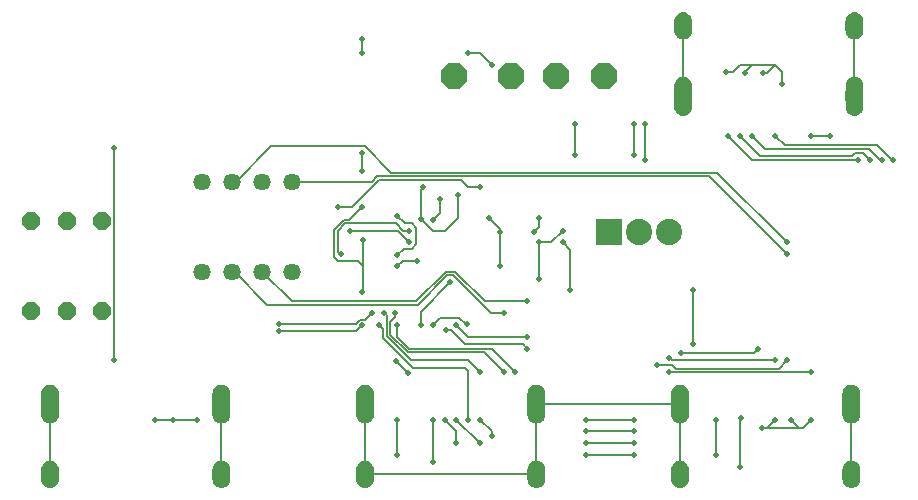
<source format=gbr>
G04 EAGLE Gerber RS-274X export*
G75*
%MOMM*%
%FSLAX34Y34*%
%LPD*%
%INBottom Copper*%
%IPPOS*%
%AMOC8*
5,1,8,0,0,1.08239X$1,22.5*%
G01*
%ADD10P,2.336880X8X22.500000*%
%ADD11C,1.620000*%
%ADD12C,1.463037*%
%ADD13R,2.232000X2.232000*%
%ADD14C,2.232000*%
%ADD15P,1.583577X8X112.500000*%
%ADD16P,1.583577X8X292.500000*%
%ADD17C,0.502400*%
%ADD18C,0.152400*%

G36*
X508468Y367395D02*
X508468Y367395D01*
X508472Y367399D01*
X508475Y367399D01*
X508477Y367397D01*
X509884Y367824D01*
X509889Y367830D01*
X509893Y367827D01*
X511190Y368521D01*
X511193Y368527D01*
X511198Y368526D01*
X512335Y369459D01*
X512336Y369466D01*
X512341Y369465D01*
X513274Y370602D01*
X513274Y370609D01*
X513279Y370610D01*
X513973Y371907D01*
X513972Y371913D01*
X513975Y371915D01*
X513976Y371916D01*
X514126Y372409D01*
X514141Y372458D01*
X514365Y373197D01*
X514403Y373323D01*
X514401Y373329D01*
X514405Y373332D01*
X514549Y374795D01*
X514547Y374798D01*
X514549Y374800D01*
X514549Y392800D01*
X514547Y392803D01*
X514549Y392805D01*
X514405Y394268D01*
X514400Y394273D01*
X514403Y394277D01*
X513976Y395684D01*
X513970Y395689D01*
X513973Y395693D01*
X513279Y396990D01*
X513273Y396993D01*
X513274Y396998D01*
X512341Y398135D01*
X512334Y398136D01*
X512335Y398141D01*
X511198Y399074D01*
X511191Y399074D01*
X511190Y399079D01*
X509893Y399773D01*
X509886Y399771D01*
X509884Y399776D01*
X508477Y400203D01*
X508471Y400201D01*
X508468Y400205D01*
X507005Y400349D01*
X507001Y400347D01*
X506997Y400347D01*
X506995Y400349D01*
X505532Y400205D01*
X505527Y400200D01*
X505523Y400203D01*
X504116Y399776D01*
X504111Y399770D01*
X504107Y399773D01*
X502810Y399079D01*
X502807Y399073D01*
X502802Y399074D01*
X501665Y398141D01*
X501664Y398134D01*
X501659Y398135D01*
X500726Y396998D01*
X500726Y396991D01*
X500721Y396990D01*
X500027Y395693D01*
X500029Y395686D01*
X500024Y395684D01*
X499933Y395386D01*
X499918Y395337D01*
X499694Y394598D01*
X499597Y394277D01*
X499600Y394271D01*
X499595Y394268D01*
X499451Y392805D01*
X499453Y392802D01*
X499451Y392800D01*
X499451Y374800D01*
X499453Y374797D01*
X499451Y374795D01*
X499595Y373332D01*
X499600Y373327D01*
X499597Y373323D01*
X500024Y371916D01*
X500030Y371911D01*
X500027Y371907D01*
X500721Y370610D01*
X500727Y370607D01*
X500726Y370602D01*
X501659Y369465D01*
X501666Y369464D01*
X501665Y369459D01*
X502802Y368526D01*
X502809Y368526D01*
X502810Y368521D01*
X504107Y367827D01*
X504114Y367829D01*
X504116Y367824D01*
X505523Y367397D01*
X505527Y367399D01*
X505530Y367399D01*
X505532Y367395D01*
X506995Y367251D01*
X507001Y367255D01*
X507005Y367251D01*
X508468Y367395D01*
G37*
G36*
X363468Y367395D02*
X363468Y367395D01*
X363472Y367399D01*
X363475Y367399D01*
X363477Y367397D01*
X364884Y367824D01*
X364889Y367830D01*
X364893Y367827D01*
X366190Y368521D01*
X366193Y368527D01*
X366198Y368526D01*
X367335Y369459D01*
X367336Y369466D01*
X367341Y369465D01*
X368274Y370602D01*
X368274Y370609D01*
X368279Y370610D01*
X368973Y371907D01*
X368972Y371913D01*
X368975Y371915D01*
X368976Y371916D01*
X369126Y372409D01*
X369141Y372458D01*
X369365Y373197D01*
X369403Y373323D01*
X369401Y373329D01*
X369405Y373332D01*
X369549Y374795D01*
X369547Y374798D01*
X369549Y374800D01*
X369549Y392800D01*
X369547Y392803D01*
X369549Y392805D01*
X369405Y394268D01*
X369400Y394273D01*
X369403Y394277D01*
X368976Y395684D01*
X368970Y395689D01*
X368973Y395693D01*
X368279Y396990D01*
X368273Y396993D01*
X368274Y396998D01*
X367341Y398135D01*
X367334Y398136D01*
X367335Y398141D01*
X366198Y399074D01*
X366191Y399074D01*
X366190Y399079D01*
X364893Y399773D01*
X364886Y399771D01*
X364884Y399776D01*
X363477Y400203D01*
X363471Y400201D01*
X363468Y400205D01*
X362005Y400349D01*
X362001Y400347D01*
X361997Y400347D01*
X361995Y400349D01*
X360532Y400205D01*
X360527Y400200D01*
X360523Y400203D01*
X359116Y399776D01*
X359111Y399770D01*
X359107Y399773D01*
X357810Y399079D01*
X357807Y399073D01*
X357802Y399074D01*
X356665Y398141D01*
X356664Y398134D01*
X356659Y398135D01*
X355726Y396998D01*
X355726Y396991D01*
X355721Y396990D01*
X355027Y395693D01*
X355029Y395686D01*
X355024Y395684D01*
X354933Y395386D01*
X354918Y395337D01*
X354694Y394598D01*
X354597Y394277D01*
X354600Y394271D01*
X354595Y394268D01*
X354451Y392805D01*
X354453Y392802D01*
X354451Y392800D01*
X354451Y374800D01*
X354453Y374797D01*
X354451Y374795D01*
X354595Y373332D01*
X354600Y373327D01*
X354597Y373323D01*
X355024Y371916D01*
X355030Y371911D01*
X355027Y371907D01*
X355721Y370610D01*
X355727Y370607D01*
X355726Y370602D01*
X356659Y369465D01*
X356666Y369464D01*
X356665Y369459D01*
X357802Y368526D01*
X357809Y368526D01*
X357810Y368521D01*
X359107Y367827D01*
X359114Y367829D01*
X359116Y367824D01*
X360523Y367397D01*
X360527Y367399D01*
X360530Y367399D01*
X360532Y367395D01*
X361995Y367251D01*
X362001Y367255D01*
X362005Y367251D01*
X363468Y367395D01*
G37*
G36*
X-172632Y106695D02*
X-172632Y106695D01*
X-172628Y106698D01*
X-172625Y106698D01*
X-172625Y106699D01*
X-172623Y106697D01*
X-171216Y107124D01*
X-171211Y107130D01*
X-171207Y107127D01*
X-169910Y107821D01*
X-169907Y107827D01*
X-169902Y107826D01*
X-168765Y108759D01*
X-168764Y108766D01*
X-168759Y108765D01*
X-167826Y109902D01*
X-167826Y109909D01*
X-167821Y109910D01*
X-167127Y111207D01*
X-167128Y111213D01*
X-167125Y111215D01*
X-167124Y111216D01*
X-166900Y111955D01*
X-166885Y112004D01*
X-166697Y112623D01*
X-166700Y112629D01*
X-166695Y112632D01*
X-166551Y114095D01*
X-166553Y114098D01*
X-166551Y114100D01*
X-166551Y132100D01*
X-166553Y132103D01*
X-166551Y132105D01*
X-166695Y133568D01*
X-166700Y133573D01*
X-166697Y133577D01*
X-167124Y134984D01*
X-167130Y134989D01*
X-167127Y134993D01*
X-167821Y136290D01*
X-167827Y136293D01*
X-167826Y136298D01*
X-168759Y137435D01*
X-168766Y137436D01*
X-168765Y137441D01*
X-169902Y138374D01*
X-169909Y138374D01*
X-169910Y138379D01*
X-171207Y139073D01*
X-171214Y139071D01*
X-171216Y139076D01*
X-172623Y139503D01*
X-172629Y139501D01*
X-172632Y139505D01*
X-174095Y139649D01*
X-174099Y139647D01*
X-174103Y139647D01*
X-174105Y139649D01*
X-175568Y139505D01*
X-175573Y139500D01*
X-175577Y139503D01*
X-176984Y139076D01*
X-176989Y139070D01*
X-176993Y139073D01*
X-178290Y138379D01*
X-178293Y138373D01*
X-178298Y138374D01*
X-179435Y137441D01*
X-179436Y137434D01*
X-179441Y137435D01*
X-180374Y136298D01*
X-180374Y136291D01*
X-180379Y136290D01*
X-181073Y134993D01*
X-181071Y134986D01*
X-181076Y134984D01*
X-181107Y134883D01*
X-181331Y134144D01*
X-181346Y134095D01*
X-181503Y133577D01*
X-181501Y133571D01*
X-181505Y133568D01*
X-181649Y132105D01*
X-181647Y132102D01*
X-181649Y132100D01*
X-181649Y114100D01*
X-181647Y114097D01*
X-181649Y114095D01*
X-181505Y112632D01*
X-181500Y112627D01*
X-181503Y112623D01*
X-181076Y111216D01*
X-181070Y111211D01*
X-181073Y111207D01*
X-180379Y109910D01*
X-180373Y109907D01*
X-180374Y109902D01*
X-179441Y108765D01*
X-179434Y108764D01*
X-179435Y108759D01*
X-178298Y107826D01*
X-178291Y107826D01*
X-178290Y107821D01*
X-176993Y107127D01*
X-176986Y107129D01*
X-176984Y107124D01*
X-175577Y106697D01*
X-175574Y106698D01*
X-175570Y106698D01*
X-175568Y106695D01*
X-174105Y106551D01*
X-174099Y106555D01*
X-174095Y106551D01*
X-172632Y106695D01*
G37*
G36*
X-27632Y106695D02*
X-27632Y106695D01*
X-27628Y106698D01*
X-27625Y106698D01*
X-27625Y106699D01*
X-27623Y106697D01*
X-26216Y107124D01*
X-26211Y107130D01*
X-26207Y107127D01*
X-24910Y107821D01*
X-24907Y107827D01*
X-24902Y107826D01*
X-23765Y108759D01*
X-23764Y108766D01*
X-23759Y108765D01*
X-22826Y109902D01*
X-22826Y109909D01*
X-22821Y109910D01*
X-22127Y111207D01*
X-22128Y111213D01*
X-22125Y111215D01*
X-22124Y111216D01*
X-21900Y111955D01*
X-21885Y112004D01*
X-21697Y112623D01*
X-21700Y112629D01*
X-21695Y112632D01*
X-21551Y114095D01*
X-21553Y114098D01*
X-21551Y114100D01*
X-21551Y132100D01*
X-21553Y132103D01*
X-21551Y132105D01*
X-21695Y133568D01*
X-21700Y133573D01*
X-21697Y133577D01*
X-22124Y134984D01*
X-22130Y134989D01*
X-22127Y134993D01*
X-22821Y136290D01*
X-22827Y136293D01*
X-22826Y136298D01*
X-23759Y137435D01*
X-23766Y137436D01*
X-23765Y137441D01*
X-24902Y138374D01*
X-24909Y138374D01*
X-24910Y138379D01*
X-26207Y139073D01*
X-26214Y139071D01*
X-26216Y139076D01*
X-27623Y139503D01*
X-27629Y139501D01*
X-27632Y139505D01*
X-29095Y139649D01*
X-29099Y139647D01*
X-29103Y139647D01*
X-29105Y139649D01*
X-30568Y139505D01*
X-30573Y139500D01*
X-30577Y139503D01*
X-31984Y139076D01*
X-31989Y139070D01*
X-31993Y139073D01*
X-33290Y138379D01*
X-33293Y138373D01*
X-33298Y138374D01*
X-34435Y137441D01*
X-34436Y137434D01*
X-34441Y137435D01*
X-35374Y136298D01*
X-35374Y136291D01*
X-35379Y136290D01*
X-36073Y134993D01*
X-36071Y134986D01*
X-36076Y134984D01*
X-36107Y134883D01*
X-36331Y134144D01*
X-36346Y134095D01*
X-36503Y133577D01*
X-36501Y133571D01*
X-36505Y133568D01*
X-36649Y132105D01*
X-36647Y132102D01*
X-36649Y132100D01*
X-36649Y114100D01*
X-36647Y114097D01*
X-36649Y114095D01*
X-36505Y112632D01*
X-36500Y112627D01*
X-36503Y112623D01*
X-36076Y111216D01*
X-36070Y111211D01*
X-36073Y111207D01*
X-35379Y109910D01*
X-35373Y109907D01*
X-35374Y109902D01*
X-34441Y108765D01*
X-34434Y108764D01*
X-34435Y108759D01*
X-33298Y107826D01*
X-33291Y107826D01*
X-33290Y107821D01*
X-31993Y107127D01*
X-31986Y107129D01*
X-31984Y107124D01*
X-30577Y106697D01*
X-30574Y106698D01*
X-30570Y106698D01*
X-30568Y106695D01*
X-29105Y106551D01*
X-29099Y106555D01*
X-29095Y106551D01*
X-27632Y106695D01*
G37*
G36*
X360768Y106695D02*
X360768Y106695D01*
X360772Y106698D01*
X360775Y106698D01*
X360775Y106699D01*
X360777Y106697D01*
X362184Y107124D01*
X362189Y107130D01*
X362193Y107127D01*
X363490Y107821D01*
X363493Y107827D01*
X363498Y107826D01*
X364635Y108759D01*
X364636Y108766D01*
X364641Y108765D01*
X365574Y109902D01*
X365574Y109909D01*
X365579Y109910D01*
X366273Y111207D01*
X366272Y111213D01*
X366275Y111215D01*
X366276Y111216D01*
X366500Y111955D01*
X366501Y111955D01*
X366515Y112004D01*
X366703Y112623D01*
X366701Y112629D01*
X366705Y112632D01*
X366849Y114095D01*
X366847Y114098D01*
X366849Y114100D01*
X366849Y132100D01*
X366847Y132103D01*
X366849Y132105D01*
X366705Y133568D01*
X366700Y133573D01*
X366703Y133577D01*
X366276Y134984D01*
X366270Y134989D01*
X366273Y134993D01*
X365579Y136290D01*
X365573Y136293D01*
X365574Y136298D01*
X364641Y137435D01*
X364634Y137436D01*
X364635Y137441D01*
X363498Y138374D01*
X363491Y138374D01*
X363490Y138379D01*
X362193Y139073D01*
X362186Y139071D01*
X362184Y139076D01*
X360777Y139503D01*
X360771Y139501D01*
X360768Y139505D01*
X359305Y139649D01*
X359301Y139647D01*
X359297Y139647D01*
X359295Y139649D01*
X357832Y139505D01*
X357827Y139500D01*
X357823Y139503D01*
X356416Y139076D01*
X356411Y139070D01*
X356407Y139073D01*
X355110Y138379D01*
X355107Y138373D01*
X355102Y138374D01*
X353965Y137441D01*
X353964Y137434D01*
X353959Y137435D01*
X353026Y136298D01*
X353026Y136291D01*
X353021Y136290D01*
X352327Y134993D01*
X352329Y134986D01*
X352324Y134984D01*
X352293Y134883D01*
X352069Y134144D01*
X352054Y134095D01*
X351897Y133577D01*
X351900Y133571D01*
X351895Y133568D01*
X351751Y132105D01*
X351753Y132102D01*
X351751Y132100D01*
X351751Y114100D01*
X351753Y114097D01*
X351751Y114095D01*
X351895Y112632D01*
X351900Y112627D01*
X351897Y112623D01*
X352324Y111216D01*
X352330Y111211D01*
X352327Y111207D01*
X353021Y109910D01*
X353027Y109907D01*
X353026Y109902D01*
X353959Y108765D01*
X353966Y108764D01*
X353965Y108759D01*
X355102Y107826D01*
X355109Y107826D01*
X355110Y107821D01*
X356407Y107127D01*
X356414Y107129D01*
X356416Y107124D01*
X357823Y106697D01*
X357827Y106698D01*
X357830Y106698D01*
X357832Y106695D01*
X359295Y106551D01*
X359301Y106555D01*
X359305Y106551D01*
X360768Y106695D01*
G37*
G36*
X239068Y106695D02*
X239068Y106695D01*
X239072Y106698D01*
X239075Y106698D01*
X239075Y106699D01*
X239077Y106697D01*
X240484Y107124D01*
X240489Y107130D01*
X240493Y107127D01*
X241790Y107821D01*
X241793Y107827D01*
X241798Y107826D01*
X242935Y108759D01*
X242936Y108766D01*
X242941Y108765D01*
X243874Y109902D01*
X243874Y109909D01*
X243879Y109910D01*
X244573Y111207D01*
X244572Y111213D01*
X244575Y111215D01*
X244576Y111216D01*
X244800Y111955D01*
X244801Y111955D01*
X244815Y112004D01*
X245003Y112623D01*
X245001Y112629D01*
X245005Y112632D01*
X245149Y114095D01*
X245147Y114098D01*
X245149Y114100D01*
X245149Y132100D01*
X245147Y132103D01*
X245149Y132105D01*
X245005Y133568D01*
X245000Y133573D01*
X245003Y133577D01*
X244576Y134984D01*
X244570Y134989D01*
X244573Y134993D01*
X243879Y136290D01*
X243873Y136293D01*
X243874Y136298D01*
X242941Y137435D01*
X242934Y137436D01*
X242935Y137441D01*
X241798Y138374D01*
X241791Y138374D01*
X241790Y138379D01*
X240493Y139073D01*
X240486Y139071D01*
X240484Y139076D01*
X239077Y139503D01*
X239071Y139501D01*
X239068Y139505D01*
X237605Y139649D01*
X237601Y139647D01*
X237597Y139647D01*
X237595Y139649D01*
X236132Y139505D01*
X236127Y139500D01*
X236123Y139503D01*
X234716Y139076D01*
X234711Y139070D01*
X234707Y139073D01*
X233410Y138379D01*
X233407Y138373D01*
X233402Y138374D01*
X232265Y137441D01*
X232264Y137434D01*
X232259Y137435D01*
X231326Y136298D01*
X231326Y136291D01*
X231321Y136290D01*
X230627Y134993D01*
X230629Y134986D01*
X230624Y134984D01*
X230593Y134883D01*
X230369Y134144D01*
X230354Y134095D01*
X230197Y133577D01*
X230200Y133571D01*
X230195Y133568D01*
X230051Y132105D01*
X230053Y132102D01*
X230051Y132100D01*
X230051Y114100D01*
X230053Y114097D01*
X230051Y114095D01*
X230195Y112632D01*
X230200Y112627D01*
X230197Y112623D01*
X230624Y111216D01*
X230630Y111211D01*
X230627Y111207D01*
X231321Y109910D01*
X231327Y109907D01*
X231326Y109902D01*
X232259Y108765D01*
X232266Y108764D01*
X232265Y108759D01*
X233402Y107826D01*
X233409Y107826D01*
X233410Y107821D01*
X234707Y107127D01*
X234714Y107129D01*
X234716Y107124D01*
X236123Y106697D01*
X236127Y106698D01*
X236130Y106698D01*
X236132Y106695D01*
X237595Y106551D01*
X237601Y106555D01*
X237605Y106551D01*
X239068Y106695D01*
G37*
G36*
X94068Y106695D02*
X94068Y106695D01*
X94072Y106698D01*
X94075Y106698D01*
X94075Y106699D01*
X94077Y106697D01*
X95484Y107124D01*
X95489Y107130D01*
X95493Y107127D01*
X96790Y107821D01*
X96793Y107827D01*
X96798Y107826D01*
X97935Y108759D01*
X97936Y108766D01*
X97941Y108765D01*
X98874Y109902D01*
X98874Y109909D01*
X98879Y109910D01*
X99573Y111207D01*
X99572Y111213D01*
X99575Y111215D01*
X99576Y111216D01*
X99800Y111955D01*
X99801Y111955D01*
X99815Y112004D01*
X100003Y112623D01*
X100001Y112629D01*
X100005Y112632D01*
X100149Y114095D01*
X100147Y114098D01*
X100149Y114100D01*
X100149Y132100D01*
X100147Y132103D01*
X100149Y132105D01*
X100005Y133568D01*
X100000Y133573D01*
X100003Y133577D01*
X99576Y134984D01*
X99570Y134989D01*
X99573Y134993D01*
X98879Y136290D01*
X98873Y136293D01*
X98874Y136298D01*
X97941Y137435D01*
X97934Y137436D01*
X97935Y137441D01*
X96798Y138374D01*
X96791Y138374D01*
X96790Y138379D01*
X95493Y139073D01*
X95486Y139071D01*
X95484Y139076D01*
X94077Y139503D01*
X94071Y139501D01*
X94068Y139505D01*
X92605Y139649D01*
X92601Y139647D01*
X92597Y139647D01*
X92595Y139649D01*
X91132Y139505D01*
X91127Y139500D01*
X91123Y139503D01*
X89716Y139076D01*
X89711Y139070D01*
X89707Y139073D01*
X88410Y138379D01*
X88407Y138373D01*
X88402Y138374D01*
X87265Y137441D01*
X87264Y137434D01*
X87259Y137435D01*
X86326Y136298D01*
X86326Y136291D01*
X86321Y136290D01*
X85627Y134993D01*
X85629Y134986D01*
X85624Y134984D01*
X85593Y134883D01*
X85369Y134144D01*
X85354Y134095D01*
X85197Y133577D01*
X85200Y133571D01*
X85195Y133568D01*
X85051Y132105D01*
X85053Y132102D01*
X85051Y132100D01*
X85051Y114100D01*
X85053Y114097D01*
X85051Y114095D01*
X85195Y112632D01*
X85200Y112627D01*
X85197Y112623D01*
X85624Y111216D01*
X85630Y111211D01*
X85627Y111207D01*
X86321Y109910D01*
X86327Y109907D01*
X86326Y109902D01*
X87259Y108765D01*
X87266Y108764D01*
X87265Y108759D01*
X88402Y107826D01*
X88409Y107826D01*
X88410Y107821D01*
X89707Y107127D01*
X89714Y107129D01*
X89716Y107124D01*
X91123Y106697D01*
X91127Y106698D01*
X91130Y106698D01*
X91132Y106695D01*
X92595Y106551D01*
X92601Y106555D01*
X92605Y106551D01*
X94068Y106695D01*
G37*
G36*
X505768Y106695D02*
X505768Y106695D01*
X505772Y106698D01*
X505775Y106698D01*
X505775Y106699D01*
X505777Y106697D01*
X507184Y107124D01*
X507189Y107130D01*
X507193Y107127D01*
X508490Y107821D01*
X508493Y107827D01*
X508498Y107826D01*
X509635Y108759D01*
X509636Y108766D01*
X509641Y108765D01*
X510574Y109902D01*
X510574Y109909D01*
X510579Y109910D01*
X511273Y111207D01*
X511272Y111213D01*
X511275Y111215D01*
X511276Y111216D01*
X511500Y111955D01*
X511501Y111955D01*
X511515Y112004D01*
X511703Y112623D01*
X511701Y112629D01*
X511705Y112632D01*
X511849Y114095D01*
X511847Y114098D01*
X511849Y114100D01*
X511849Y132100D01*
X511847Y132103D01*
X511849Y132105D01*
X511705Y133568D01*
X511700Y133573D01*
X511703Y133577D01*
X511276Y134984D01*
X511270Y134989D01*
X511273Y134993D01*
X510579Y136290D01*
X510573Y136293D01*
X510574Y136298D01*
X509641Y137435D01*
X509634Y137436D01*
X509635Y137441D01*
X508498Y138374D01*
X508491Y138374D01*
X508490Y138379D01*
X507193Y139073D01*
X507186Y139071D01*
X507184Y139076D01*
X505777Y139503D01*
X505771Y139501D01*
X505768Y139505D01*
X504305Y139649D01*
X504301Y139647D01*
X504297Y139647D01*
X504295Y139649D01*
X502832Y139505D01*
X502827Y139500D01*
X502823Y139503D01*
X501416Y139076D01*
X501411Y139070D01*
X501407Y139073D01*
X500110Y138379D01*
X500107Y138373D01*
X500102Y138374D01*
X498965Y137441D01*
X498964Y137434D01*
X498959Y137435D01*
X498026Y136298D01*
X498026Y136291D01*
X498021Y136290D01*
X497327Y134993D01*
X497329Y134986D01*
X497324Y134984D01*
X497293Y134883D01*
X497069Y134144D01*
X497054Y134095D01*
X496897Y133577D01*
X496900Y133571D01*
X496895Y133568D01*
X496751Y132105D01*
X496753Y132102D01*
X496751Y132100D01*
X496751Y114100D01*
X496753Y114097D01*
X496751Y114095D01*
X496895Y112632D01*
X496900Y112627D01*
X496897Y112623D01*
X497324Y111216D01*
X497330Y111211D01*
X497327Y111207D01*
X498021Y109910D01*
X498027Y109907D01*
X498026Y109902D01*
X498959Y108765D01*
X498966Y108764D01*
X498965Y108759D01*
X500102Y107826D01*
X500109Y107826D01*
X500110Y107821D01*
X501407Y107127D01*
X501414Y107129D01*
X501416Y107124D01*
X502823Y106697D01*
X502827Y106698D01*
X502830Y106698D01*
X502832Y106695D01*
X504295Y106551D01*
X504301Y106555D01*
X504305Y106551D01*
X505768Y106695D01*
G37*
G36*
X508468Y431995D02*
X508468Y431995D01*
X508472Y431999D01*
X508475Y431999D01*
X508477Y431997D01*
X509884Y432424D01*
X509889Y432430D01*
X509893Y432427D01*
X511190Y433121D01*
X511193Y433127D01*
X511198Y433126D01*
X512335Y434059D01*
X512336Y434066D01*
X512341Y434065D01*
X513274Y435202D01*
X513274Y435209D01*
X513279Y435210D01*
X513973Y436507D01*
X513972Y436513D01*
X513975Y436515D01*
X513976Y436516D01*
X514126Y437009D01*
X514141Y437058D01*
X514365Y437797D01*
X514403Y437923D01*
X514401Y437929D01*
X514405Y437932D01*
X514549Y439395D01*
X514547Y439398D01*
X514549Y439400D01*
X514549Y447400D01*
X514547Y447403D01*
X514549Y447405D01*
X514405Y448868D01*
X514400Y448873D01*
X514403Y448877D01*
X513976Y450284D01*
X513970Y450289D01*
X513973Y450293D01*
X513279Y451590D01*
X513273Y451593D01*
X513274Y451598D01*
X512341Y452735D01*
X512334Y452736D01*
X512335Y452741D01*
X511198Y453674D01*
X511191Y453674D01*
X511190Y453679D01*
X509893Y454373D01*
X509886Y454371D01*
X509884Y454376D01*
X508477Y454803D01*
X508473Y454801D01*
X508470Y454801D01*
X508468Y454805D01*
X507005Y454949D01*
X507003Y454948D01*
X507003Y454949D01*
X506997Y454949D01*
X506996Y454948D01*
X506995Y454949D01*
X505532Y454805D01*
X505528Y454801D01*
X505525Y454801D01*
X505523Y454803D01*
X504116Y454376D01*
X504111Y454370D01*
X504107Y454373D01*
X502810Y453679D01*
X502807Y453673D01*
X502802Y453674D01*
X501665Y452741D01*
X501664Y452734D01*
X501659Y452735D01*
X500726Y451598D01*
X500726Y451591D01*
X500721Y451590D01*
X500027Y450293D01*
X500028Y450287D01*
X500026Y450285D01*
X500024Y450284D01*
X499964Y450087D01*
X499740Y449348D01*
X499725Y449299D01*
X499597Y448877D01*
X499600Y448871D01*
X499595Y448868D01*
X499451Y447405D01*
X499453Y447402D01*
X499451Y447400D01*
X499451Y439400D01*
X499453Y439397D01*
X499451Y439395D01*
X499595Y437932D01*
X499600Y437927D01*
X499597Y437923D01*
X500024Y436516D01*
X500030Y436511D01*
X500027Y436507D01*
X500721Y435210D01*
X500727Y435207D01*
X500726Y435202D01*
X501659Y434065D01*
X501666Y434064D01*
X501665Y434059D01*
X502802Y433126D01*
X502809Y433126D01*
X502810Y433121D01*
X504107Y432427D01*
X504114Y432429D01*
X504116Y432424D01*
X505523Y431997D01*
X505527Y431999D01*
X505530Y431999D01*
X505532Y431995D01*
X506995Y431851D01*
X507001Y431855D01*
X507005Y431851D01*
X508468Y431995D01*
G37*
G36*
X363468Y431995D02*
X363468Y431995D01*
X363472Y431999D01*
X363475Y431999D01*
X363477Y431997D01*
X364884Y432424D01*
X364889Y432430D01*
X364893Y432427D01*
X366190Y433121D01*
X366193Y433127D01*
X366198Y433126D01*
X367335Y434059D01*
X367336Y434066D01*
X367341Y434065D01*
X368274Y435202D01*
X368274Y435209D01*
X368279Y435210D01*
X368973Y436507D01*
X368972Y436513D01*
X368975Y436515D01*
X368976Y436516D01*
X369126Y437009D01*
X369141Y437058D01*
X369365Y437797D01*
X369403Y437923D01*
X369401Y437929D01*
X369405Y437932D01*
X369549Y439395D01*
X369547Y439398D01*
X369549Y439400D01*
X369549Y447400D01*
X369547Y447403D01*
X369549Y447405D01*
X369405Y448868D01*
X369400Y448873D01*
X369403Y448877D01*
X368976Y450284D01*
X368970Y450289D01*
X368973Y450293D01*
X368279Y451590D01*
X368273Y451593D01*
X368274Y451598D01*
X367341Y452735D01*
X367334Y452736D01*
X367335Y452741D01*
X366198Y453674D01*
X366191Y453674D01*
X366190Y453679D01*
X364893Y454373D01*
X364886Y454371D01*
X364884Y454376D01*
X363477Y454803D01*
X363473Y454801D01*
X363470Y454801D01*
X363468Y454805D01*
X362005Y454949D01*
X362003Y454948D01*
X362003Y454949D01*
X361997Y454949D01*
X361996Y454948D01*
X361995Y454949D01*
X360532Y454805D01*
X360528Y454801D01*
X360525Y454801D01*
X360523Y454803D01*
X359116Y454376D01*
X359111Y454370D01*
X359107Y454373D01*
X357810Y453679D01*
X357807Y453673D01*
X357802Y453674D01*
X356665Y452741D01*
X356664Y452734D01*
X356659Y452735D01*
X355726Y451598D01*
X355726Y451591D01*
X355721Y451590D01*
X355027Y450293D01*
X355028Y450287D01*
X355026Y450285D01*
X355024Y450284D01*
X354964Y450087D01*
X354740Y449348D01*
X354725Y449299D01*
X354597Y448877D01*
X354600Y448871D01*
X354595Y448868D01*
X354451Y447405D01*
X354453Y447402D01*
X354451Y447400D01*
X354451Y439400D01*
X354453Y439397D01*
X354451Y439395D01*
X354595Y437932D01*
X354600Y437927D01*
X354597Y437923D01*
X355024Y436516D01*
X355030Y436511D01*
X355027Y436507D01*
X355721Y435210D01*
X355727Y435207D01*
X355726Y435202D01*
X356659Y434065D01*
X356666Y434064D01*
X356665Y434059D01*
X357802Y433126D01*
X357809Y433126D01*
X357810Y433121D01*
X359107Y432427D01*
X359114Y432429D01*
X359116Y432424D01*
X360523Y431997D01*
X360527Y431999D01*
X360530Y431999D01*
X360532Y431995D01*
X361995Y431851D01*
X362001Y431855D01*
X362005Y431851D01*
X363468Y431995D01*
G37*
G36*
X-27632Y52095D02*
X-27632Y52095D01*
X-27628Y52099D01*
X-27625Y52099D01*
X-27623Y52097D01*
X-26216Y52524D01*
X-26211Y52530D01*
X-26207Y52527D01*
X-24910Y53221D01*
X-24907Y53227D01*
X-24902Y53226D01*
X-23765Y54159D01*
X-23764Y54166D01*
X-23759Y54165D01*
X-22826Y55302D01*
X-22826Y55309D01*
X-22821Y55310D01*
X-22127Y56607D01*
X-22128Y56613D01*
X-22125Y56615D01*
X-22124Y56616D01*
X-21974Y57109D01*
X-21959Y57158D01*
X-21735Y57897D01*
X-21697Y58023D01*
X-21700Y58029D01*
X-21695Y58032D01*
X-21551Y59495D01*
X-21553Y59498D01*
X-21551Y59500D01*
X-21551Y67500D01*
X-21553Y67503D01*
X-21551Y67505D01*
X-21695Y68968D01*
X-21700Y68973D01*
X-21697Y68977D01*
X-22124Y70384D01*
X-22130Y70389D01*
X-22127Y70393D01*
X-22821Y71690D01*
X-22827Y71693D01*
X-22826Y71698D01*
X-23759Y72835D01*
X-23766Y72836D01*
X-23765Y72841D01*
X-24902Y73774D01*
X-24909Y73774D01*
X-24910Y73779D01*
X-26207Y74473D01*
X-26214Y74471D01*
X-26216Y74476D01*
X-27623Y74903D01*
X-27627Y74901D01*
X-27630Y74901D01*
X-27632Y74905D01*
X-29095Y75049D01*
X-29097Y75048D01*
X-29097Y75049D01*
X-29103Y75049D01*
X-29104Y75048D01*
X-29105Y75049D01*
X-30568Y74905D01*
X-30572Y74901D01*
X-30575Y74901D01*
X-30577Y74903D01*
X-31984Y74476D01*
X-31989Y74470D01*
X-31993Y74473D01*
X-33290Y73779D01*
X-33293Y73773D01*
X-33298Y73774D01*
X-34435Y72841D01*
X-34436Y72834D01*
X-34441Y72835D01*
X-35374Y71698D01*
X-35374Y71691D01*
X-35379Y71690D01*
X-36073Y70393D01*
X-36072Y70387D01*
X-36074Y70385D01*
X-36076Y70384D01*
X-36136Y70187D01*
X-36360Y69448D01*
X-36375Y69399D01*
X-36503Y68977D01*
X-36501Y68971D01*
X-36505Y68968D01*
X-36649Y67505D01*
X-36647Y67502D01*
X-36649Y67500D01*
X-36649Y59500D01*
X-36647Y59497D01*
X-36649Y59495D01*
X-36505Y58032D01*
X-36500Y58027D01*
X-36503Y58023D01*
X-36076Y56616D01*
X-36070Y56611D01*
X-36073Y56607D01*
X-35379Y55310D01*
X-35373Y55307D01*
X-35374Y55302D01*
X-34441Y54165D01*
X-34434Y54164D01*
X-34435Y54159D01*
X-33298Y53226D01*
X-33291Y53226D01*
X-33290Y53221D01*
X-31993Y52527D01*
X-31986Y52529D01*
X-31984Y52524D01*
X-30577Y52097D01*
X-30573Y52099D01*
X-30570Y52099D01*
X-30568Y52095D01*
X-29105Y51951D01*
X-29099Y51955D01*
X-29095Y51951D01*
X-27632Y52095D01*
G37*
G36*
X239068Y52095D02*
X239068Y52095D01*
X239072Y52099D01*
X239075Y52099D01*
X239077Y52097D01*
X240484Y52524D01*
X240489Y52530D01*
X240493Y52527D01*
X241790Y53221D01*
X241793Y53227D01*
X241798Y53226D01*
X242935Y54159D01*
X242936Y54166D01*
X242941Y54165D01*
X243874Y55302D01*
X243874Y55309D01*
X243879Y55310D01*
X244573Y56607D01*
X244572Y56613D01*
X244575Y56615D01*
X244576Y56616D01*
X244726Y57109D01*
X244741Y57158D01*
X244965Y57897D01*
X245003Y58023D01*
X245001Y58029D01*
X245005Y58032D01*
X245149Y59495D01*
X245147Y59498D01*
X245149Y59500D01*
X245149Y67500D01*
X245147Y67503D01*
X245149Y67505D01*
X245005Y68968D01*
X245000Y68973D01*
X245003Y68977D01*
X244576Y70384D01*
X244570Y70389D01*
X244573Y70393D01*
X243879Y71690D01*
X243873Y71693D01*
X243874Y71698D01*
X242941Y72835D01*
X242934Y72836D01*
X242935Y72841D01*
X241798Y73774D01*
X241791Y73774D01*
X241790Y73779D01*
X240493Y74473D01*
X240486Y74471D01*
X240484Y74476D01*
X239077Y74903D01*
X239073Y74901D01*
X239070Y74901D01*
X239068Y74905D01*
X237605Y75049D01*
X237603Y75048D01*
X237603Y75049D01*
X237597Y75049D01*
X237596Y75048D01*
X237595Y75049D01*
X236132Y74905D01*
X236128Y74901D01*
X236125Y74901D01*
X236123Y74903D01*
X234716Y74476D01*
X234711Y74470D01*
X234707Y74473D01*
X233410Y73779D01*
X233407Y73773D01*
X233402Y73774D01*
X232265Y72841D01*
X232264Y72834D01*
X232259Y72835D01*
X231326Y71698D01*
X231326Y71691D01*
X231321Y71690D01*
X230627Y70393D01*
X230628Y70387D01*
X230626Y70385D01*
X230624Y70384D01*
X230564Y70187D01*
X230340Y69448D01*
X230325Y69399D01*
X230197Y68977D01*
X230200Y68971D01*
X230195Y68968D01*
X230051Y67505D01*
X230053Y67502D01*
X230051Y67500D01*
X230051Y59500D01*
X230053Y59497D01*
X230051Y59495D01*
X230195Y58032D01*
X230200Y58027D01*
X230197Y58023D01*
X230624Y56616D01*
X230630Y56611D01*
X230627Y56607D01*
X231321Y55310D01*
X231327Y55307D01*
X231326Y55302D01*
X232259Y54165D01*
X232266Y54164D01*
X232265Y54159D01*
X233402Y53226D01*
X233409Y53226D01*
X233410Y53221D01*
X234707Y52527D01*
X234714Y52529D01*
X234716Y52524D01*
X236123Y52097D01*
X236127Y52099D01*
X236130Y52099D01*
X236132Y52095D01*
X237595Y51951D01*
X237601Y51955D01*
X237605Y51951D01*
X239068Y52095D01*
G37*
G36*
X360768Y52095D02*
X360768Y52095D01*
X360772Y52099D01*
X360775Y52099D01*
X360777Y52097D01*
X362184Y52524D01*
X362189Y52530D01*
X362193Y52527D01*
X363490Y53221D01*
X363493Y53227D01*
X363498Y53226D01*
X364635Y54159D01*
X364636Y54166D01*
X364641Y54165D01*
X365574Y55302D01*
X365574Y55309D01*
X365579Y55310D01*
X366273Y56607D01*
X366272Y56613D01*
X366275Y56615D01*
X366276Y56616D01*
X366426Y57109D01*
X366441Y57158D01*
X366665Y57897D01*
X366703Y58023D01*
X366701Y58029D01*
X366705Y58032D01*
X366849Y59495D01*
X366847Y59498D01*
X366849Y59500D01*
X366849Y67500D01*
X366847Y67503D01*
X366849Y67505D01*
X366705Y68968D01*
X366700Y68973D01*
X366703Y68977D01*
X366276Y70384D01*
X366270Y70389D01*
X366273Y70393D01*
X365579Y71690D01*
X365573Y71693D01*
X365574Y71698D01*
X364641Y72835D01*
X364634Y72836D01*
X364635Y72841D01*
X363498Y73774D01*
X363491Y73774D01*
X363490Y73779D01*
X362193Y74473D01*
X362186Y74471D01*
X362184Y74476D01*
X360777Y74903D01*
X360773Y74901D01*
X360770Y74901D01*
X360768Y74905D01*
X359305Y75049D01*
X359303Y75048D01*
X359303Y75049D01*
X359297Y75049D01*
X359296Y75048D01*
X359295Y75049D01*
X357832Y74905D01*
X357828Y74901D01*
X357825Y74901D01*
X357823Y74903D01*
X356416Y74476D01*
X356411Y74470D01*
X356407Y74473D01*
X355110Y73779D01*
X355107Y73773D01*
X355102Y73774D01*
X353965Y72841D01*
X353964Y72834D01*
X353959Y72835D01*
X353026Y71698D01*
X353026Y71691D01*
X353021Y71690D01*
X352327Y70393D01*
X352328Y70387D01*
X352326Y70385D01*
X352324Y70384D01*
X352264Y70187D01*
X352040Y69448D01*
X352025Y69399D01*
X351897Y68977D01*
X351900Y68971D01*
X351895Y68968D01*
X351751Y67505D01*
X351753Y67502D01*
X351751Y67500D01*
X351751Y59500D01*
X351753Y59497D01*
X351751Y59495D01*
X351895Y58032D01*
X351900Y58027D01*
X351897Y58023D01*
X352324Y56616D01*
X352330Y56611D01*
X352327Y56607D01*
X353021Y55310D01*
X353027Y55307D01*
X353026Y55302D01*
X353959Y54165D01*
X353966Y54164D01*
X353965Y54159D01*
X355102Y53226D01*
X355109Y53226D01*
X355110Y53221D01*
X356407Y52527D01*
X356414Y52529D01*
X356416Y52524D01*
X357823Y52097D01*
X357827Y52099D01*
X357830Y52099D01*
X357832Y52095D01*
X359295Y51951D01*
X359301Y51955D01*
X359305Y51951D01*
X360768Y52095D01*
G37*
G36*
X-172632Y52095D02*
X-172632Y52095D01*
X-172628Y52099D01*
X-172625Y52099D01*
X-172623Y52097D01*
X-171216Y52524D01*
X-171211Y52530D01*
X-171207Y52527D01*
X-169910Y53221D01*
X-169907Y53227D01*
X-169902Y53226D01*
X-168765Y54159D01*
X-168764Y54166D01*
X-168759Y54165D01*
X-167826Y55302D01*
X-167826Y55309D01*
X-167821Y55310D01*
X-167127Y56607D01*
X-167128Y56613D01*
X-167125Y56615D01*
X-167124Y56616D01*
X-166974Y57109D01*
X-166959Y57158D01*
X-166735Y57897D01*
X-166697Y58023D01*
X-166700Y58029D01*
X-166695Y58032D01*
X-166551Y59495D01*
X-166553Y59498D01*
X-166551Y59500D01*
X-166551Y67500D01*
X-166553Y67503D01*
X-166551Y67505D01*
X-166695Y68968D01*
X-166700Y68973D01*
X-166697Y68977D01*
X-167124Y70384D01*
X-167130Y70389D01*
X-167127Y70393D01*
X-167821Y71690D01*
X-167827Y71693D01*
X-167826Y71698D01*
X-168759Y72835D01*
X-168766Y72836D01*
X-168765Y72841D01*
X-169902Y73774D01*
X-169909Y73774D01*
X-169910Y73779D01*
X-171207Y74473D01*
X-171214Y74471D01*
X-171216Y74476D01*
X-172623Y74903D01*
X-172627Y74901D01*
X-172630Y74901D01*
X-172632Y74905D01*
X-174095Y75049D01*
X-174097Y75048D01*
X-174097Y75049D01*
X-174103Y75049D01*
X-174104Y75048D01*
X-174105Y75049D01*
X-175568Y74905D01*
X-175572Y74901D01*
X-175575Y74901D01*
X-175577Y74903D01*
X-176984Y74476D01*
X-176989Y74470D01*
X-176993Y74473D01*
X-178290Y73779D01*
X-178293Y73773D01*
X-178298Y73774D01*
X-179435Y72841D01*
X-179436Y72834D01*
X-179441Y72835D01*
X-180374Y71698D01*
X-180374Y71691D01*
X-180379Y71690D01*
X-181073Y70393D01*
X-181072Y70387D01*
X-181074Y70385D01*
X-181076Y70384D01*
X-181136Y70187D01*
X-181360Y69448D01*
X-181375Y69399D01*
X-181503Y68977D01*
X-181501Y68971D01*
X-181505Y68968D01*
X-181649Y67505D01*
X-181647Y67502D01*
X-181649Y67500D01*
X-181649Y59500D01*
X-181647Y59497D01*
X-181649Y59495D01*
X-181505Y58032D01*
X-181500Y58027D01*
X-181503Y58023D01*
X-181076Y56616D01*
X-181070Y56611D01*
X-181073Y56607D01*
X-180379Y55310D01*
X-180373Y55307D01*
X-180374Y55302D01*
X-179441Y54165D01*
X-179434Y54164D01*
X-179435Y54159D01*
X-178298Y53226D01*
X-178291Y53226D01*
X-178290Y53221D01*
X-176993Y52527D01*
X-176986Y52529D01*
X-176984Y52524D01*
X-175577Y52097D01*
X-175573Y52099D01*
X-175570Y52099D01*
X-175568Y52095D01*
X-174105Y51951D01*
X-174099Y51955D01*
X-174095Y51951D01*
X-172632Y52095D01*
G37*
G36*
X94068Y52095D02*
X94068Y52095D01*
X94072Y52099D01*
X94075Y52099D01*
X94077Y52097D01*
X95484Y52524D01*
X95489Y52530D01*
X95493Y52527D01*
X96790Y53221D01*
X96793Y53227D01*
X96798Y53226D01*
X97935Y54159D01*
X97936Y54166D01*
X97941Y54165D01*
X98874Y55302D01*
X98874Y55309D01*
X98879Y55310D01*
X99573Y56607D01*
X99572Y56613D01*
X99575Y56615D01*
X99576Y56616D01*
X99726Y57109D01*
X99741Y57158D01*
X99965Y57897D01*
X100003Y58023D01*
X100001Y58029D01*
X100005Y58032D01*
X100149Y59495D01*
X100147Y59498D01*
X100149Y59500D01*
X100149Y67500D01*
X100147Y67503D01*
X100149Y67505D01*
X100005Y68968D01*
X100000Y68973D01*
X100003Y68977D01*
X99576Y70384D01*
X99570Y70389D01*
X99573Y70393D01*
X98879Y71690D01*
X98873Y71693D01*
X98874Y71698D01*
X97941Y72835D01*
X97934Y72836D01*
X97935Y72841D01*
X96798Y73774D01*
X96791Y73774D01*
X96790Y73779D01*
X95493Y74473D01*
X95486Y74471D01*
X95484Y74476D01*
X94077Y74903D01*
X94073Y74901D01*
X94070Y74901D01*
X94068Y74905D01*
X92605Y75049D01*
X92603Y75048D01*
X92603Y75049D01*
X92597Y75049D01*
X92596Y75048D01*
X92595Y75049D01*
X91132Y74905D01*
X91128Y74901D01*
X91125Y74901D01*
X91123Y74903D01*
X89716Y74476D01*
X89711Y74470D01*
X89707Y74473D01*
X88410Y73779D01*
X88407Y73773D01*
X88402Y73774D01*
X87265Y72841D01*
X87264Y72834D01*
X87259Y72835D01*
X86326Y71698D01*
X86326Y71691D01*
X86321Y71690D01*
X85627Y70393D01*
X85628Y70387D01*
X85626Y70385D01*
X85624Y70384D01*
X85564Y70187D01*
X85340Y69448D01*
X85325Y69399D01*
X85197Y68977D01*
X85200Y68971D01*
X85195Y68968D01*
X85051Y67505D01*
X85053Y67502D01*
X85051Y67500D01*
X85051Y59500D01*
X85053Y59497D01*
X85051Y59495D01*
X85195Y58032D01*
X85200Y58027D01*
X85197Y58023D01*
X85624Y56616D01*
X85630Y56611D01*
X85627Y56607D01*
X86321Y55310D01*
X86327Y55307D01*
X86326Y55302D01*
X87259Y54165D01*
X87266Y54164D01*
X87265Y54159D01*
X88402Y53226D01*
X88409Y53226D01*
X88410Y53221D01*
X89707Y52527D01*
X89714Y52529D01*
X89716Y52524D01*
X91123Y52097D01*
X91127Y52099D01*
X91130Y52099D01*
X91132Y52095D01*
X92595Y51951D01*
X92601Y51955D01*
X92605Y51951D01*
X94068Y52095D01*
G37*
G36*
X505768Y52095D02*
X505768Y52095D01*
X505772Y52099D01*
X505775Y52099D01*
X505777Y52097D01*
X507184Y52524D01*
X507189Y52530D01*
X507193Y52527D01*
X508490Y53221D01*
X508493Y53227D01*
X508498Y53226D01*
X509635Y54159D01*
X509636Y54166D01*
X509641Y54165D01*
X510574Y55302D01*
X510574Y55309D01*
X510579Y55310D01*
X511273Y56607D01*
X511272Y56613D01*
X511275Y56615D01*
X511276Y56616D01*
X511426Y57109D01*
X511441Y57158D01*
X511665Y57897D01*
X511703Y58023D01*
X511701Y58029D01*
X511705Y58032D01*
X511849Y59495D01*
X511847Y59498D01*
X511849Y59500D01*
X511849Y67500D01*
X511847Y67503D01*
X511849Y67505D01*
X511705Y68968D01*
X511700Y68973D01*
X511703Y68977D01*
X511276Y70384D01*
X511270Y70389D01*
X511273Y70393D01*
X510579Y71690D01*
X510573Y71693D01*
X510574Y71698D01*
X509641Y72835D01*
X509634Y72836D01*
X509635Y72841D01*
X508498Y73774D01*
X508491Y73774D01*
X508490Y73779D01*
X507193Y74473D01*
X507186Y74471D01*
X507184Y74476D01*
X505777Y74903D01*
X505773Y74901D01*
X505770Y74901D01*
X505768Y74905D01*
X504305Y75049D01*
X504303Y75048D01*
X504303Y75049D01*
X504297Y75049D01*
X504296Y75048D01*
X504295Y75049D01*
X502832Y74905D01*
X502828Y74901D01*
X502825Y74901D01*
X502823Y74903D01*
X501416Y74476D01*
X501411Y74470D01*
X501407Y74473D01*
X500110Y73779D01*
X500107Y73773D01*
X500102Y73774D01*
X498965Y72841D01*
X498964Y72834D01*
X498959Y72835D01*
X498026Y71698D01*
X498026Y71691D01*
X498021Y71690D01*
X497327Y70393D01*
X497328Y70387D01*
X497326Y70385D01*
X497324Y70384D01*
X497264Y70187D01*
X497040Y69448D01*
X497025Y69399D01*
X496897Y68977D01*
X496900Y68971D01*
X496895Y68968D01*
X496751Y67505D01*
X496753Y67502D01*
X496751Y67500D01*
X496751Y59500D01*
X496753Y59497D01*
X496751Y59495D01*
X496895Y58032D01*
X496900Y58027D01*
X496897Y58023D01*
X497324Y56616D01*
X497330Y56611D01*
X497327Y56607D01*
X498021Y55310D01*
X498027Y55307D01*
X498026Y55302D01*
X498959Y54165D01*
X498966Y54164D01*
X498965Y54159D01*
X500102Y53226D01*
X500109Y53226D01*
X500110Y53221D01*
X501407Y52527D01*
X501414Y52529D01*
X501416Y52524D01*
X502823Y52097D01*
X502827Y52099D01*
X502830Y52099D01*
X502832Y52095D01*
X504295Y51951D01*
X504301Y51955D01*
X504305Y51951D01*
X505768Y52095D01*
G37*
D10*
X167800Y400700D03*
D11*
X359300Y123100D03*
X359300Y63500D03*
X504300Y123100D03*
X504300Y63500D03*
X507000Y383800D03*
X507000Y443400D03*
X362000Y383800D03*
X362000Y443400D03*
X-174100Y123100D03*
X-174100Y63500D03*
X-29100Y123100D03*
X-29100Y63500D03*
X92600Y123100D03*
X92600Y63500D03*
X237600Y123100D03*
X237600Y63500D03*
D12*
X-45200Y234800D03*
X-19800Y234800D03*
X-19800Y311000D03*
X-45200Y311000D03*
X5600Y234800D03*
X31000Y234800D03*
X5600Y311000D03*
X31000Y311000D03*
D10*
X294800Y400700D03*
X254000Y400700D03*
X215900Y400700D03*
D13*
X299100Y268600D03*
D14*
X324500Y268600D03*
X349900Y268600D03*
D15*
X-130000Y201900D03*
X-130000Y278100D03*
X-190000Y201900D03*
X-190000Y278100D03*
D16*
X-160000Y278100D03*
X-160000Y201900D03*
D17*
X161080Y186068D03*
D18*
X165351Y186068D01*
X177487Y173932D01*
X226068Y173932D01*
D17*
X230000Y170000D03*
D18*
X226068Y173932D01*
D17*
X170000Y190000D03*
D18*
X180000Y180000D02*
X230000Y180000D01*
X180000Y180000D02*
X170000Y190000D01*
X230000Y180000D02*
X230047Y179953D01*
D17*
X230047Y179953D03*
X109017Y200000D03*
D18*
X110884Y198133D01*
X110884Y180495D01*
X180000Y160000D02*
X190000Y150000D01*
X180000Y160000D02*
X131379Y160000D01*
D17*
X190000Y150000D03*
D18*
X131379Y160000D02*
X110884Y180495D01*
D17*
X104816Y190000D03*
D18*
X107836Y186980D01*
X107836Y179232D01*
X133136Y153932D01*
X177487Y153932D01*
D17*
X180000Y110000D03*
D18*
X180000Y151419D02*
X177487Y153932D01*
X180000Y151419D02*
X180000Y110000D01*
D17*
X120000Y190000D03*
D18*
X120000Y180000D01*
X130000Y170000D01*
X200000Y170000D01*
X220000Y150000D01*
D17*
X220000Y150000D03*
X118105Y200000D03*
D18*
X118105Y196687D01*
X113932Y192514D01*
X113932Y181757D01*
X128737Y166952D01*
X193048Y166952D02*
X210000Y150000D01*
D17*
X210000Y150000D03*
D18*
X193048Y166952D02*
X128737Y166952D01*
X362000Y383800D02*
X362000Y443400D01*
X507000Y443400D02*
X507000Y383800D01*
X504300Y123100D02*
X504300Y63500D01*
X359300Y63500D02*
X359300Y123100D01*
X92600Y123100D02*
X92600Y63500D01*
X-174100Y63500D02*
X-174100Y123100D01*
X-29100Y123100D02*
X-29100Y63500D01*
X237600Y63500D02*
X237600Y123100D01*
X359300Y123100D01*
X237600Y63500D02*
X92600Y63500D01*
D17*
X440000Y350000D03*
X540000Y330000D03*
D18*
X447836Y342164D02*
X440000Y350000D01*
X538582Y330000D02*
X540000Y330000D01*
X526418Y342164D02*
X447836Y342164D01*
X526418Y342164D02*
X538582Y330000D01*
D17*
X320000Y80000D03*
D18*
X280000Y80000D01*
D17*
X280000Y80000D03*
X425732Y170092D03*
D18*
X421708Y166068D01*
X360000Y166068D01*
D17*
X360000Y166068D03*
X160000Y110000D03*
D18*
X170000Y100000D01*
X170000Y90000D01*
D17*
X170000Y90000D03*
X420000Y350000D03*
X530000Y330000D03*
D18*
X528582Y330000D01*
X430884Y339116D02*
X420000Y350000D01*
X430884Y339116D02*
X519466Y339116D01*
X528582Y330000D01*
D17*
X320000Y90000D03*
D18*
X280000Y90000D01*
D17*
X280000Y90000D03*
X440000Y160000D03*
D18*
X352136Y160000D01*
X350000Y162136D01*
D17*
X350000Y162136D03*
X170000Y110000D03*
D18*
X190000Y90000D01*
D17*
X190000Y90000D03*
X410000Y350000D03*
D18*
X426952Y333048D01*
D17*
X520000Y330000D03*
D18*
X507855Y336068D02*
X504835Y333048D01*
X507855Y336068D02*
X513932Y336068D01*
X520000Y330000D01*
X504835Y333048D02*
X426952Y333048D01*
D17*
X320000Y100000D03*
D18*
X280000Y100000D01*
D17*
X280000Y100000D03*
X450000Y160000D03*
D18*
X443048Y153048D01*
D17*
X340000Y156068D03*
D18*
X352514Y156068D02*
X355534Y153048D01*
X352514Y156068D02*
X340000Y156068D01*
X355534Y153048D02*
X443048Y153048D01*
D17*
X190100Y110000D03*
D18*
X200000Y100100D01*
X200000Y96068D01*
D17*
X200000Y96068D03*
X400000Y350000D03*
D18*
X420000Y330000D01*
D17*
X510368Y330000D03*
D18*
X420000Y330000D01*
D17*
X320000Y110000D03*
D18*
X280000Y110000D01*
D17*
X280000Y110000D03*
X470000Y150000D03*
D18*
X350000Y150000D01*
D17*
X350000Y150000D03*
X-50000Y110000D03*
D18*
X-70000Y110000D01*
D17*
X-70000Y110000D03*
D18*
X-85532Y110000D01*
D17*
X-85532Y110000D03*
X120000Y249088D03*
X120000Y282136D03*
D18*
X132514Y276068D02*
X136068Y272514D01*
X132514Y276068D02*
X126068Y276068D01*
X120000Y282136D01*
X136068Y258410D02*
X132232Y254574D01*
X136068Y258410D02*
X136068Y272514D01*
X125486Y254574D02*
X120000Y249088D01*
X125486Y254574D02*
X132232Y254574D01*
D17*
X398432Y404272D03*
D18*
X404272Y404272D01*
X410000Y410000D01*
X420000Y410000D02*
X440000Y410000D01*
X420000Y410000D02*
X410000Y410000D01*
D17*
X429500Y403204D03*
D18*
X433204Y403204D01*
X440000Y410000D01*
D17*
X413932Y403772D03*
D18*
X413932Y403932D01*
X420000Y410000D01*
D17*
X446068Y394506D03*
D18*
X446068Y403932D01*
X440000Y410000D01*
D17*
X180000Y420000D03*
D18*
X190000Y420000D01*
X200000Y410000D01*
D17*
X200000Y410000D03*
X428399Y103020D03*
D18*
X433020Y103020D02*
X460000Y103020D01*
X463020Y103020D01*
X470000Y110000D01*
D17*
X470000Y110000D03*
X440000Y110000D03*
D18*
X433020Y103020D01*
X428399Y103020D01*
D17*
X452868Y110000D03*
D18*
X453020Y110000D01*
X460000Y103020D01*
X129718Y260642D02*
X120360Y270000D01*
D17*
X129718Y260642D03*
X79530Y270000D03*
D18*
X120360Y270000D01*
D17*
X206878Y268478D03*
D18*
X206878Y271111D01*
X197375Y280614D01*
D17*
X197375Y280614D03*
D18*
X206878Y268478D02*
X206878Y240000D01*
D17*
X206878Y240000D03*
X130000Y270000D03*
D18*
X124671Y270000D01*
X118603Y276068D01*
D17*
X72164Y250000D03*
D18*
X70000Y252164D01*
X70000Y270000D01*
X76068Y276068D01*
X118603Y276068D01*
D17*
X235626Y268478D03*
D18*
X240000Y272852D01*
X240000Y280614D01*
D17*
X240000Y280614D03*
X90000Y432164D03*
D18*
X90000Y420000D01*
D17*
X90000Y420000D03*
X90000Y335318D03*
D18*
X90000Y320000D01*
D17*
X90000Y320000D03*
X70000Y290000D03*
X190000Y306578D03*
D18*
X81419Y290000D02*
X70000Y290000D01*
X173522Y312889D02*
X178205Y308205D01*
X179833Y306578D01*
X190000Y306578D01*
X104308Y312889D02*
X81419Y290000D01*
X104308Y312889D02*
X173522Y312889D01*
D17*
X-120000Y160000D03*
D18*
X-120000Y340000D01*
D17*
X-120000Y340000D03*
X150000Y110000D03*
D18*
X150000Y73932D01*
D17*
X150000Y73932D03*
X410000Y70000D03*
D18*
X410000Y110000D01*
X411160Y111160D01*
D17*
X411160Y111160D03*
X266068Y220000D03*
D18*
X266068Y253932D01*
X260000Y260000D01*
D17*
X260000Y260000D03*
X486068Y350000D03*
D18*
X470000Y350000D01*
D17*
X470000Y350000D03*
X119243Y159243D03*
D18*
X129032Y149455D01*
D17*
X129032Y149455D03*
X149954Y189954D03*
X179148Y190852D03*
D18*
X177730Y190852D01*
X172514Y196068D01*
X156068Y196068D02*
X149954Y189954D01*
X156068Y196068D02*
X172514Y196068D01*
D17*
X20000Y184800D03*
D18*
X84800Y184800D01*
X90000Y190000D01*
D17*
X90000Y190000D03*
X90527Y261945D03*
D18*
X90527Y240000D01*
X90527Y218332D01*
X90000Y217805D01*
D17*
X90000Y217805D03*
X90000Y290000D03*
D18*
X66096Y247487D02*
X69651Y243932D01*
X74805Y279116D02*
X79116Y279116D01*
X90000Y290000D01*
X66096Y270407D02*
X66096Y247487D01*
X66096Y270407D02*
X74805Y279116D01*
X86595Y243932D02*
X90527Y240000D01*
X86595Y243932D02*
X69651Y243932D01*
D17*
X150000Y278932D03*
D18*
X156022Y284954D01*
X156022Y296821D01*
D17*
X156022Y296821D03*
X370000Y173932D03*
X370000Y220000D03*
X390000Y110000D03*
D18*
X390000Y80000D01*
D17*
X390000Y80000D03*
X120000Y110000D03*
D18*
X120000Y80000D01*
D17*
X120000Y80000D03*
D18*
X370000Y173932D02*
X370000Y220000D01*
D17*
X142004Y306578D03*
X164940Y226137D03*
D18*
X140000Y201197D01*
X140000Y190000D01*
D17*
X140000Y190000D03*
X136503Y244574D03*
D18*
X124574Y244574D01*
X120000Y240000D01*
D17*
X120000Y240000D03*
X140000Y280000D03*
D18*
X140000Y304575D01*
X142004Y306578D01*
D17*
X260000Y270000D03*
D18*
X250000Y260000D01*
X240000Y260000D01*
D17*
X240000Y260000D03*
X240000Y228600D03*
D18*
X240000Y260000D01*
X150000Y270000D02*
X140000Y280000D01*
X150000Y270000D02*
X160000Y270000D01*
X171008Y281008D01*
D17*
X171008Y300000D03*
D18*
X171008Y281008D01*
D17*
X450000Y250000D03*
D18*
X98108Y311000D02*
X31000Y311000D01*
X98108Y311000D02*
X103045Y315937D01*
X384063Y315937D01*
X450000Y250000D01*
D17*
X450000Y260000D03*
D18*
X-16972Y311000D02*
X-19800Y311000D01*
X92514Y341386D02*
X114914Y318985D01*
X13414Y341386D02*
X-16972Y311000D01*
X13414Y341386D02*
X92514Y341386D01*
X114914Y318985D02*
X391015Y318985D01*
X450000Y260000D01*
D17*
X210000Y200000D03*
D18*
X199658Y200000D01*
X137174Y206952D02*
X10000Y206952D01*
X162427Y232205D02*
X167454Y232205D01*
X199658Y200000D01*
X162427Y232205D02*
X137174Y206952D01*
X10000Y206952D02*
X-17848Y234800D01*
X-19800Y234800D01*
X5600Y234800D02*
X30400Y210000D01*
D17*
X230047Y210047D03*
D18*
X193922Y210047D01*
X168716Y235253D02*
X161164Y235253D01*
X168716Y235253D02*
X193922Y210047D01*
X161164Y235253D02*
X135911Y210000D01*
X30400Y210000D01*
D17*
X270000Y333932D03*
X270000Y360000D03*
D18*
X270000Y333932D01*
D17*
X320000Y333932D03*
D18*
X320000Y360000D01*
D17*
X320000Y360000D03*
X330000Y330000D03*
D18*
X330000Y360000D01*
D17*
X330000Y360000D03*
X20000Y191094D03*
X98405Y200000D03*
D18*
X84668Y191094D02*
X20000Y191094D01*
X92949Y194544D02*
X98405Y200000D01*
X88118Y194544D02*
X84668Y191094D01*
X88118Y194544D02*
X92949Y194544D01*
M02*

</source>
